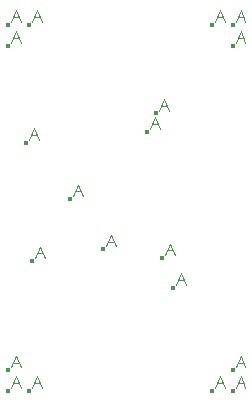
<source format=gbr>
G04 GENERATED BY PULSONIX 10.5 GERBER.DLL 7875A*
G04 #@! TF.GenerationSoftware,Pulsonix,Pulsonix,10.5.7875a*
G04 #@! TF.CreationDate,2019-10-01T10:17:35--1:00*
G04 #@! TF.Part,Single*
%FSLAX35Y35*%
%LPD*%
%MOMM*%
G04 #@! TF.FileFunction,Drillmap*
G04 #@! TF.FilePolarity,Positive*
%ADD102C,0.10000*%
G04 #@! TA.AperFunction,ViaPad*
%ADD147C,0.40000*%
X0Y0D02*
D02*
D102*
X465000Y414706D02*
X506176Y513529D01*
X547353Y414706*
X481471Y455882D02*
X530882Y455882D01*
X465000Y589706D02*
X506176Y688529D01*
X547353Y589706*
X481471Y630882D02*
X530882Y630882D01*
X465000Y3339706D02*
X506176Y3438529D01*
X547353Y3339706*
X481471Y3380882D02*
X530882Y3380882D01*
X465000Y3514706D02*
X506176Y3613529D01*
X547353Y3514706*
X481471Y3555882D02*
X530882Y3555882D01*
X615000Y2514706D02*
X656176Y2613529D01*
X697353Y2514706*
X631471Y2555882D02*
X680882Y2555882D01*
X640000Y414706D02*
X681176Y513529D01*
X722353Y414706*
X656471Y455882D02*
X705882Y455882D01*
X640000Y3514706D02*
X681176Y3613529D01*
X722353Y3514706*
X656471Y3555882D02*
X705882Y3555882D01*
X665000Y1514706D02*
X706176Y1613529D01*
X747353Y1514706*
X681471Y1555882D02*
X730882Y1555882D01*
X990000Y2039706D02*
X1031176Y2138529D01*
X1072353Y2039706*
X1006471Y2080882D02*
X1055882Y2080882D01*
X1265000Y1614706D02*
X1306176Y1713529D01*
X1347353Y1614706*
X1281471Y1655882D02*
X1330882Y1655882D01*
X1640000Y2609706D02*
X1681176Y2708529D01*
X1722353Y2609706*
X1656471Y2650882D02*
X1705882Y2650882D01*
X1715000Y2764706D02*
X1756176Y2863529D01*
X1797353Y2764706*
X1731471Y2805882D02*
X1780882Y2805882D01*
X1765000Y1539706D02*
X1806176Y1638529D01*
X1847353Y1539706*
X1781471Y1580882D02*
X1830882Y1580882D01*
X1858750Y1289706D02*
X1899926Y1388529D01*
X1941103Y1289706*
X1875221Y1330882D02*
X1924632Y1330882D01*
X2190000Y414706D02*
X2231176Y513529D01*
X2272353Y414706*
X2206471Y455882D02*
X2255882Y455882D01*
X2190000Y3514706D02*
X2231176Y3613529D01*
X2272353Y3514706*
X2206471Y3555882D02*
X2255882Y3555882D01*
X2365000Y414706D02*
X2406176Y513529D01*
X2447353Y414706*
X2381471Y455882D02*
X2430882Y455882D01*
X2365000Y589706D02*
X2406176Y688529D01*
X2447353Y589706*
X2381471Y630882D02*
X2430882Y630882D01*
X2365000Y3339706D02*
X2406176Y3438529D01*
X2447353Y3339706*
X2381471Y3380882D02*
X2430882Y3380882D01*
X2365000Y3514706D02*
X2406176Y3613529D01*
X2447353Y3514706*
X2381471Y3555882D02*
X2430882Y3555882D01*
D02*
D147*
X440000Y390000D03*
Y565000D03*
Y3315000D03*
Y3490000D03*
X590000Y2490000D03*
X615000Y390000D03*
Y3490000D03*
X640000Y1490000D03*
X965000Y2015000D03*
X1240000Y1590000D03*
X1615000Y2585000D03*
X1690000Y2740000D03*
X1740000Y1515000D03*
X1833750Y1265000D03*
X2165000Y390000D03*
Y3490000D03*
X2340000Y390000D03*
Y565000D03*
Y3315000D03*
Y3490000D03*
X0Y0D02*
M02*

</source>
